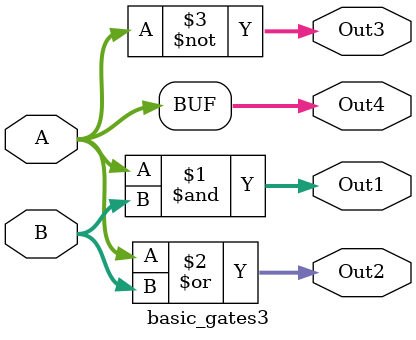
<source format=v>
`timescale 1ns / 1ps

module Basic_gates(
input A,B,
output Out1,Out2,Out3,Out4);

and(Out1,A,B);
or(Out2,A,B);
not(Out3,A);
buf(Out4,A);
endmodule


module basic_gates2(
input [3:0]A,B,
output Out1,Out2,Out3,Out4);

assign Out1 = A&&B;
assign Out2 = A||B;
assign Out3 = ~A;
assign Out4 = A;
endmodule

module basic_gates3(
input [3:0]A,B,
output [3:0]Out1,Out2,Out3,Out4);

assign Out1 = A&B;
assign Out2 = A|B;
assign Out3 = ~A;
assign Out4 = A;

endmodule

</source>
